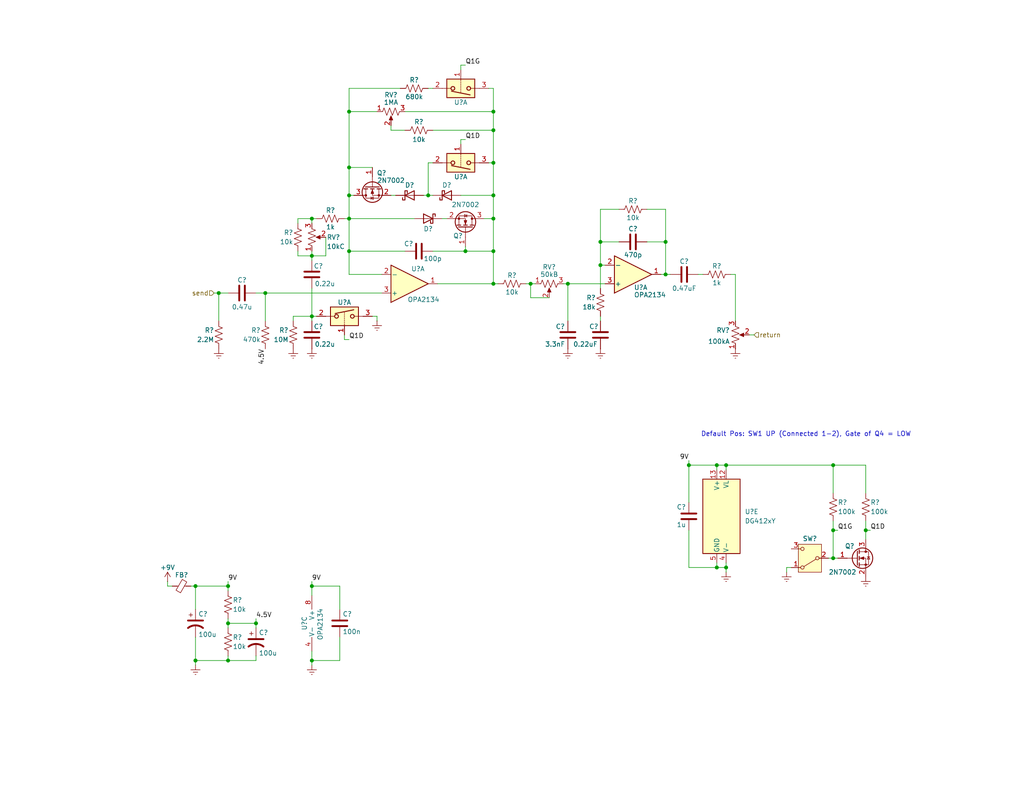
<source format=kicad_sch>
(kicad_sch (version 20250114) (generator "eeschema") (generator_version "9.0")
  (paper "USLetter")
  (title_block (title "Zendrive I and II") (date "2026-01-18") (rev "1.0.0") (company "Bennett Custom Audio"))
  (lib_symbols
    (symbol "Amplifier_Operational:OPA2134" (pin_names (offset 0.127))
      (property "Reference" "U" (at 0 5.08 0))
      (property "Value" "OPA2134" (at 0 -5.08 0))
      (symbol "OPA2134_1_1"
        (polyline (pts (xy -5.08 5.08) (xy 5.08 0) (xy -5.08 -5.08) (xy -5.08 5.08)) (stroke (width 0.254)) (fill (type background)))
        (pin input line (at -7.62 2.54 0) (length 2.54) (name "+") (number "3"))
        (pin input line (at -7.62 -2.54 0) (length 2.54) (name "-") (number "2"))
        (pin output line (at 7.62 0 180) (length 2.54) (name "~") (number "1"))
      )
      (symbol "OPA2134_2_1"
        (polyline (pts (xy -5.08 5.08) (xy 5.08 0) (xy -5.08 -5.08) (xy -5.08 5.08)) (stroke (width 0.254)) (fill (type background)))
        (pin input line (at -7.62 2.54 0) (length 2.54) (name "+") (number "5"))
        (pin input line (at -7.62 -2.54 0) (length 2.54) (name "-") (number "6"))
        (pin output line (at 7.62 0 180) (length 2.54) (name "~") (number "7"))
      )
      (symbol "OPA2134_3_1"
        (pin power_in line (at -2.54 7.62 270) (length 3.81) (name "V+") (number "8"))
        (pin power_in line (at -2.54 -7.62 90) (length 3.81) (name "V-") (number "4"))
      )
    )
    (symbol "Analog_Switch:DG412xY" (pin_names (offset 0.254))
      (property "Reference" "U" (at -3.175 5.334 0))
      (property "Value" "DG412xY" (at -3.175 3.556 0))
      (symbol "DG412xY_1_1"
        (polyline (pts (xy -5.08 0) (xy -2.794 0)))
        (rectangle (start -3.81 2.54) (end 3.81 -2.54) (stroke (width 0.254)) (fill (type background)))
        (polyline (pts (xy -2.54 0.762) (xy 2.54 1.778)) (stroke (width 0.254)))
        (circle (center -2.159 0) (radius 0.508) (stroke (width 0.254)))
        (polyline (pts (xy 0 0.762) (xy 0 1.016)))
        (polyline (pts (xy 0 0.254) (xy 0 0.508)))
        (polyline (pts (xy 0 -0.254) (xy 0 0)))
        (polyline (pts (xy 0 -0.762) (xy 0 -0.508)))
        (polyline (pts (xy 0 -1.27) (xy 0 -1.016)))
        (polyline (pts (xy 0 -1.778) (xy 0 -1.524)))
        (polyline (pts (xy 0 -2.54) (xy 0 -2.032)))
        (circle (center 2.159 0) (radius 0.508) (stroke (width 0.254)))
        (polyline (pts (xy 5.08 0) (xy 2.794 0)))
        (pin passive line (at -7.62 0 0) (length 2.54) (name "~") (number "2"))
        (pin input line (at 0 -5.08 90) (length 2.54) (name "~") (number "1"))
        (pin passive line (at 7.62 0 180) (length 2.54) (name "~") (number "3"))
      )
      (symbol "DG412xY_2_1"
        (polyline (pts (xy -5.08 0) (xy -2.794 0)))
        (rectangle (start -3.81 2.54) (end 3.81 -2.54) (stroke (width 0.254)) (fill (type background)))
        (polyline (pts (xy -2.54 0.762) (xy 2.54 1.778)) (stroke (width 0.254)))
        (circle (center -2.159 0) (radius 0.508) (stroke (width 0.254)))
        (polyline (pts (xy 0 0.762) (xy 0 1.016)))
        (polyline (pts (xy 0 0.254) (xy 0 0.508)))
        (polyline (pts (xy 0 -0.254) (xy 0 0)))
        (polyline (pts (xy 0 -0.762) (xy 0 -0.508)))
        (polyline (pts (xy 0 -1.27) (xy 0 -1.016)))
        (polyline (pts (xy 0 -1.778) (xy 0 -1.524)))
        (polyline (pts (xy 0 -2.54) (xy 0 -2.032)))
        (circle (center 2.159 0) (radius 0.508) (stroke (width 0.254)))
        (polyline (pts (xy 5.08 0) (xy 2.794 0)))
        (pin passive line (at -7.62 0 0) (length 2.54) (name "~") (number "6"))
        (pin input line (at 0 -5.08 90) (length 2.54) (name "~") (number "8"))
        (pin passive line (at 7.62 0 180) (length 2.54) (name "~") (number "7"))
      )
      (symbol "DG412xY_3_1"
        (polyline (pts (xy -5.08 0) (xy -2.794 0)))
        (rectangle (start -3.81 2.54) (end 3.81 -2.54) (stroke (width 0.254)) (fill (type background)))
        (polyline (pts (xy -2.54 0.762) (xy 2.54 1.778)) (stroke (width 0.254)))
        (circle (center -2.159 0) (radius 0.508) (stroke (width 0.254)))
        (polyline (pts (xy 0 0.762) (xy 0 1.016)))
        (polyline (pts (xy 0 0.254) (xy 0 0.508)))
        (polyline (pts (xy 0 -0.254) (xy 0 0)))
        (polyline (pts (xy 0 -0.762) (xy 0 -0.508)))
        (polyline (pts (xy 0 -1.27) (xy 0 -1.016)))
        (polyline (pts (xy 0 -1.778) (xy 0 -1.524)))
        (polyline (pts (xy 0 -2.54) (xy 0 -2.032)))
        (circle (center 2.159 0) (radius 0.508) (stroke (width 0.254)))
        (polyline (pts (xy 5.08 0) (xy 2.794 0)))
        (pin passive line (at -7.62 0 0) (length 2.54) (name "~") (number "10"))
        (pin input line (at 0 -5.08 90) (length 2.54) (name "~") (number "9"))
        (pin passive line (at 7.62 0 180) (length 2.54) (name "~") (number "11"))
      )
      (symbol "DG412xY_4_1"
        (polyline (pts (xy -5.08 0) (xy -2.794 0)))
        (rectangle (start -3.81 2.54) (end 3.81 -2.54) (stroke (width 0.254)) (fill (type background)))
        (polyline (pts (xy -2.54 0.762) (xy 2.54 1.778)) (stroke (width 0.254)))
        (circle (center -2.159 0) (radius 0.508) (stroke (width 0.254)))
        (polyline (pts (xy 0 0.762) (xy 0 1.016)))
        (polyline (pts (xy 0 0.254) (xy 0 0.508)))
        (polyline (pts (xy 0 -0.254) (xy 0 0)))
        (polyline (pts (xy 0 -0.762) (xy 0 -0.508)))
        (polyline (pts (xy 0 -1.27) (xy 0 -1.016)))
        (polyline (pts (xy 0 -1.778) (xy 0 -1.524)))
        (polyline (pts (xy 0 -2.54) (xy 0 -2.032)))
        (circle (center 2.159 0) (radius 0.508) (stroke (width 0.254)))
        (polyline (pts (xy 5.08 0) (xy 2.794 0)))
        (pin passive line (at -7.62 0 0) (length 2.54) (name "~") (number "15"))
        (pin input line (at 0 -5.08 90) (length 2.54) (name "~") (number "16"))
        (pin passive line (at 7.62 0 180) (length 2.54) (name "~") (number "14"))
      )
      (symbol "DG412xY_5_0"
        (pin power_in line (at 0 12.7 270) (length 2.54) (name "V+") (number "13"))
        (pin power_in line (at 0 -12.7 90) (length 2.54) (name "GND") (number "5"))
        (pin power_in line (at 2.54 12.7 270) (length 2.54) (name "VL") (number "12"))
        (pin power_in line (at 2.54 -12.7 90) (length 2.54) (name "V-") (number "4"))
      )
      (symbol "DG412xY_5_1"
        (rectangle (start -3.81 10.16) (end 6.35 -10.16) (stroke (width 0.254)) (fill (type background)))
      )
    )
    (symbol "BCA Symbol Library:CP_Power" (pin_numbers (hide yes)) (pin_names (offset 0.254) (hide yes))
      (property "Reference" "C" (at 0.635 2.54 0))
      (property "Value" "CP_Power" (at 0.635 -2.54 0))
      (symbol "CP_Power_0_1"
        (polyline (pts (xy -2.032 0.762) (xy 2.032 0.762)) (stroke (width 0.508)))
        (polyline (pts (xy -1.778 2.286) (xy -0.762 2.286)))
        (polyline (pts (xy -1.27 1.778) (xy -1.27 2.794)))
        (arc (start -2.032 -1.27) (mid 0 -0.5572) (end 2.032 -1.27) (stroke (width 0.508)))
      )
      (symbol "CP_Power_1_1"
        (pin passive line (at 0 3.81 270) (length 2.794) (name "~") (number "1"))
        (pin passive line (at 0 -3.81 90) (length 3.302) (name "~") (number "2"))
      )
    )
    (symbol "BCA Symbol Library:C_Ceramic" (pin_numbers (hide yes)) (pin_names (offset 0.254))
      (property "Reference" "C" (at 0.635 2.54 0))
      (property "Value" "C_Ceramic" (at 0.635 -2.54 0))
      (symbol "C_Ceramic_0_1"
        (polyline (pts (xy -2.032 0.762) (xy 2.032 0.762)) (stroke (width 0.508)))
        (polyline (pts (xy -2.032 -0.762) (xy 2.032 -0.762)) (stroke (width 0.508)))
      )
      (symbol "C_Ceramic_1_1"
        (pin passive line (at 0 3.81 270) (length 2.794) (name "~") (number "1"))
        (pin passive line (at 0 -3.81 90) (length 2.794) (name "~") (number "2"))
      )
    )
    (symbol "BCA Symbol Library:C_Film_W2.50mm" (pin_numbers (hide yes)) (pin_names (offset 0.254))
      (property "Reference" "C" (at 0.635 2.54 0))
      (property "Value" "C_Film_W2.50mm" (at 0.635 -2.54 0))
      (symbol "C_Film_W2.50mm_0_1"
        (polyline (pts (xy -2.032 0.762) (xy 2.032 0.762)) (stroke (width 0.508)))
        (polyline (pts (xy -2.032 -0.762) (xy 2.032 -0.762)) (stroke (width 0.508)))
      )
      (symbol "C_Film_W2.50mm_1_1"
        (pin passive line (at 0 3.81 270) (length 2.794) (name "~") (number "1"))
        (pin passive line (at 0 -3.81 90) (length 2.794) (name "~") (number "2"))
      )
    )
    (symbol "BCA Symbol Library:C_Film_W5.00mm" (pin_numbers (hide yes)) (pin_names (offset 0.254))
      (property "Reference" "C" (at 0.635 2.54 0))
      (property "Value" "C_Film_W5.00mm" (at 0.635 -2.54 0))
      (symbol "C_Film_W5.00mm_0_1"
        (polyline (pts (xy -2.032 0.762) (xy 2.032 0.762)) (stroke (width 0.508)))
        (polyline (pts (xy -2.032 -0.762) (xy 2.032 -0.762)) (stroke (width 0.508)))
      )
      (symbol "C_Film_W5.00mm_1_1"
        (pin passive line (at 0 3.81 270) (length 2.794) (name "~") (number "1"))
        (pin passive line (at 0 -3.81 90) (length 2.794) (name "~") (number "2"))
      )
    )
    (symbol "BCA Symbol Library:R" (pin_numbers (hide yes)) (pin_names (offset 0))
      (property "Reference" "R" (at 0 2.032 0))
      (property "Value" "R" (at 0 -2.54 0))
      (symbol "R_1_1"
        (polyline (pts (xy -2.286 0) (xy -2.54 0)))
        (polyline (pts (xy -2.286 0) (xy -1.905 1.016) (xy -1.524 0) (xy -1.143 -1.016) (xy -0.762 0)))
        (polyline (pts (xy -0.762 0) (xy -0.381 1.016) (xy 0 0) (xy 0.381 -1.016) (xy 0.762 0)))
        (polyline (pts (xy 0.762 0) (xy 1.143 1.016) (xy 1.524 0) (xy 1.905 -1.016) (xy 2.286 0)))
        (polyline (pts (xy 2.286 0) (xy 2.54 0)))
        (pin passive line (at -3.81 0 0) (length 1.27) (name "~") (number "1"))
        (pin passive line (at 3.81 0 180) (length 1.27) (name "~") (number "2"))
      )
    )
    (symbol "BCA Symbol Library:R_POT" (pin_names (offset 1.016) (hide yes))
      (property "Reference" "RV" (at -5.08 0 90))
      (property "Value" "R_POT" (at -2.54 0 90))
      (symbol "R_POT_1_1"
        (polyline (pts (xy 0 2.54) (xy 0 2.286)))
        (polyline (pts (xy 0 2.286) (xy 1.016 1.905) (xy 0 1.524) (xy -1.016 1.143) (xy 0 0.762)))
        (polyline (pts (xy 0 0.762) (xy 1.016 0.381) (xy 0 0) (xy -1.016 -0.381) (xy 0 -0.762)))
        (polyline (pts (xy 0 -0.762) (xy 1.016 -1.143) (xy 0 -1.524) (xy -1.016 -1.905) (xy 0 -2.286)))
        (polyline (pts (xy 0 -2.286) (xy 0 -2.54)))
        (polyline (pts (xy 1.143 0) (xy 2.286 0.508) (xy 2.286 -0.508) (xy 1.143 0)) (fill (type outline)))
        (polyline (pts (xy 2.54 0) (xy 1.524 0)))
        (pin passive line (at 0 3.81 270) (length 1.27) (name "3") (number "3"))
        (pin passive line (at 0 -3.81 90) (length 1.27) (name "1") (number "1"))
        (pin passive line (at 3.81 0 180) (length 1.27) (name "2") (number "2"))
      )
    )
    (symbol "Device:D_Schottky" (pin_numbers (hide yes)) (pin_names (offset 1.016) (hide yes))
      (property "Reference" "D" (at 0 2.54 0))
      (property "Value" "D_Schottky" (at 0 -2.54 0))
      (symbol "D_Schottky_0_1"
        (polyline (pts (xy -1.905 0.635) (xy -1.905 1.27) (xy -1.27 1.27) (xy -1.27 -1.27) (xy -0.635 -1.27) (xy -0.635 -0.635)) (stroke (width 0.254)))
        (polyline (pts (xy 1.27 1.27) (xy 1.27 -1.27) (xy -1.27 0) (xy 1.27 1.27)) (stroke (width 0.254)))
        (polyline (pts (xy 1.27 0) (xy -1.27 0)))
      )
      (symbol "D_Schottky_1_1"
        (pin passive line (at -3.81 0 0) (length 2.54) (name "K") (number "1"))
        (pin passive line (at 3.81 0 180) (length 2.54) (name "A") (number "2"))
      )
    )
    (symbol "Device:FerriteBead_Small" (pin_numbers (hide yes)) (pin_names (offset 0))
      (property "Reference" "FB" (at 1.905 1.27 0))
      (property "Value" "FerriteBead_Small" (at 1.905 -1.27 0))
      (symbol "FerriteBead_Small_0_1"
        (polyline (pts (xy -1.8288 0.2794) (xy -1.1176 1.4986) (xy 1.8288 -0.2032) (xy 1.1176 -1.4224) (xy -1.8288 0.2794)))
        (polyline (pts (xy 0 0.889) (xy 0 1.2954)))
        (polyline (pts (xy 0 -1.27) (xy 0 -0.7874)))
      )
      (symbol "FerriteBead_Small_1_1"
        (pin passive line (at 0 2.54 270) (length 1.27) (name "~") (number "1"))
        (pin passive line (at 0 -2.54 90) (length 1.27) (name "~") (number "2"))
      )
    )
    (symbol "Earth_1" (power) (pin_numbers (hide yes)) (pin_names (offset 0) (hide yes))
      (property "Value" "Earth" (at 0 -3.81 0))
      (symbol "Earth_1_0_1"
        (polyline (pts (xy -0.635 -1.905) (xy 0.635 -1.905)))
        (polyline (pts (xy -0.127 -2.54) (xy 0.127 -2.54)))
        (polyline (pts (xy 0 -1.27) (xy 0 0)))
        (polyline (pts (xy 1.27 -1.27) (xy -1.27 -1.27)))
      )
      (symbol "Earth_1_1_1"
        (pin power_in line (at 0 0 270) (length 0) (name "~") (number "1"))
      )
    )
    (symbol "Switch:SW_SPDT" (pin_names (offset 0) (hide yes))
      (property "Reference" "SW" (at 0 5.08 0))
      (property "Value" "SW_SPDT" (at 0 -5.08 0))
      (symbol "SW_SPDT_0_1"
        (circle (center -2.032 0) (radius 0.4572))
        (polyline (pts (xy -1.651 0.254) (xy 1.651 2.286)))
        (circle (center 2.032 2.54) (radius 0.4572))
        (circle (center 2.032 -2.54) (radius 0.4572))
      )
      (symbol "SW_SPDT_1_1"
        (rectangle (start -3.175 3.81) (end 3.175 -3.81) (fill (type background)))
        (pin passive line (at -5.08 0 0) (length 2.54) (name "B") (number "2"))
        (pin passive line (at 5.08 2.54 180) (length 2.54) (name "A") (number "1"))
        (pin passive line (at 5.08 -2.54 180) (length 2.54) (name "C") (number "3"))
      )
    )
    (symbol "Transistor_FET:2N7002" (pin_names (offset 0) (hide yes))
      (property "Reference" "Q" (at 5.08 1.905 0))
      (property "Value" "2N7002" (at 5.08 0 0))
      (symbol "2N7002_0_1"
        (polyline (pts (xy 0.254 1.905) (xy 0.254 -1.905)) (stroke (width 0.254)))
        (polyline (pts (xy 0.254 0) (xy -2.54 0)))
        (polyline (pts (xy 0.762 2.286) (xy 0.762 1.27)) (stroke (width 0.254)))
        (polyline (pts (xy 0.762 0.508) (xy 0.762 -0.508)) (stroke (width 0.254)))
        (polyline (pts (xy 0.762 -1.27) (xy 0.762 -2.286)) (stroke (width 0.254)))
        (polyline (pts (xy 0.762 -1.778) (xy 3.302 -1.778) (xy 3.302 1.778) (xy 0.762 1.778)))
        (polyline (pts (xy 1.016 0) (xy 2.032 0.381) (xy 2.032 -0.381) (xy 1.016 0)) (fill (type outline)))
        (circle (center 1.651 0) (radius 2.794) (stroke (width 0.254)))
        (polyline (pts (xy 2.54 2.54) (xy 2.54 1.778)))
        (circle (center 2.54 1.778) (radius 0.254) (fill (type outline)))
        (circle (center 2.54 -1.778) (radius 0.254) (fill (type outline)))
        (polyline (pts (xy 2.54 -2.54) (xy 2.54 0) (xy 0.762 0)))
        (polyline (pts (xy 2.921 0.381) (xy 3.683 0.381)))
        (polyline (pts (xy 3.302 0.381) (xy 2.921 -0.254) (xy 3.683 -0.254) (xy 3.302 0.381)))
      )
      (symbol "2N7002_1_1"
        (pin input line (at -5.08 0 0) (length 2.54) (name "G") (number "1"))
        (pin passive line (at 2.54 5.08 270) (length 2.54) (name "D") (number "3"))
        (pin passive line (at 2.54 -5.08 90) (length 2.54) (name "S") (number "2"))
      )
    )
    (symbol "bca-symbols:R" (pin_numbers (hide yes)) (pin_names (offset 0))
      (property "Reference" "R" (at 0 2.032 0))
      (property "Value" "R" (at 0 -2.54 0))
      (symbol "R_1_1"
        (polyline (pts (xy -2.286 0) (xy -2.54 0)))
        (polyline (pts (xy -2.286 0) (xy -1.905 1.016) (xy -1.524 0) (xy -1.143 -1.016) (xy -0.762 0)))
        (polyline (pts (xy -0.762 0) (xy -0.381 1.016) (xy 0 0) (xy 0.381 -1.016) (xy 0.762 0)))
        (polyline (pts (xy 0.762 0) (xy 1.143 1.016) (xy 1.524 0) (xy 1.905 -1.016) (xy 2.286 0)))
        (polyline (pts (xy 2.286 0) (xy 2.54 0)))
        (pin passive line (at -3.81 0 0) (length 1.27) (name "~") (number "1"))
        (pin passive line (at 3.81 0 180) (length 1.27) (name "~") (number "2"))
      )
    )
    (symbol "power:+9V" (power) (pin_numbers (hide yes)) (pin_names (offset 0) (hide yes))
      (property "Value" "+9V" (at 0 3.556 0))
      (symbol "+9V_0_1"
        (polyline (pts (xy -0.762 1.27) (xy 0 2.54)))
        (polyline (pts (xy 0 2.54) (xy 0.762 1.27)))
        (polyline (pts (xy 0 0) (xy 0 2.54)))
      )
      (symbol "+9V_1_1"
        (pin power_in line (at 0 0 90) (length 0) (name "~") (number "1"))
      )
    )
    (symbol "power:Earth" (power) (pin_names (offset 0))
      (symbol "Earth_0_1"
        (polyline (pts (xy -0.635 -1.905) (xy 0.635 -1.905)))
        (polyline (pts (xy -0.127 -2.54) (xy 0.127 -2.54)))
        (polyline (pts (xy 0 -1.27) (xy 0 0)))
        (polyline (pts (xy 1.27 -1.27) (xy -1.27 -1.27)))
      )
      (symbol "Earth_1_1"
        (pin power_in line (at 0 0 270) (length 0) (hide yes) (name "Earth") (number "1"))
      )
    )
  )
  (text "Default Pos: SW1 UP (Connected 1-2), Gate of Q4 = LOW\n" (at 191.262 118.618 0) (effects (font (size 1.27 1.27)) (justify left)))
  (junction (at 116.84 53.34))
  (junction (at 134.62 59.69))
  (junction (at 134.62 35.56))
  (junction (at 95.25 30.48))
  (junction (at 144.78 77.47))
  (junction (at 85.09 86.36))
  (junction (at 62.23 180.34))
  (junction (at 163.83 66.04))
  (junction (at 53.34 160.02))
  (junction (at 134.62 30.48))
  (junction (at 85.09 69.85))
  (junction (at 127 68.58))
  (junction (at 198.12 154.94))
  (junction (at 69.85 170.18))
  (junction (at 198.12 127))
  (junction (at 134.62 53.34))
  (junction (at 134.62 77.47))
  (junction (at 95.25 53.34))
  (junction (at 62.23 160.02))
  (junction (at 154.94 77.47))
  (junction (at 85.09 59.69))
  (junction (at 195.58 127))
  (junction (at 59.69 80.01))
  (junction (at 163.83 72.39))
  (junction (at 236.22 144.78))
  (junction (at 53.34 180.34))
  (junction (at 181.61 74.93))
  (junction (at 181.61 66.04))
  (junction (at 195.58 154.94))
  (junction (at 227.33 144.78))
  (junction (at 62.23 170.18))
  (junction (at 134.62 44.45))
  (junction (at 95.25 45.72))
  (junction (at 85.09 180.34))
  (junction (at 72.39 80.01))
  (junction (at 85.09 160.02))
  (junction (at 187.96 127))
  (junction (at 227.33 127))
  (junction (at 227.33 152.4))
  (junction (at 95.25 59.69))
  (junction (at 134.62 68.58))
  (junction (at 95.25 68.58))
  (wire (pts (xy 59.69 87.63) (xy 59.69 80.01)))
  (wire (pts (xy 163.83 57.15) (xy 163.83 66.04)))
  (wire (pts (xy 163.83 72.39) (xy 163.83 78.74)))
  (wire (pts (xy 227.33 142.24) (xy 227.33 144.78)))
  (wire (pts (xy 93.98 92.71) (xy 95.25 92.71)))
  (wire (pts (xy 110.49 35.56) (xy 106.68 35.56)))
  (wire (pts (xy 134.62 53.34) (xy 134.62 59.69)))
  (wire (pts (xy 227.33 152.4) (xy 228.6 152.4)))
  (wire (pts (xy 190.5 74.93) (xy 191.77 74.93)))
  (wire (pts (xy 149.86 81.28) (xy 144.78 81.28)))
  (wire (pts (xy 69.85 168.91) (xy 69.85 170.18)))
  (wire (pts (xy 62.23 158.75) (xy 62.23 160.02)))
  (wire (pts (xy 92.71 166.37) (xy 92.71 160.02)))
  (wire (pts (xy 125.73 38.1) (xy 125.73 39.37)))
  (wire (pts (xy 118.11 44.45) (xy 116.84 44.45)))
  (wire (pts (xy 69.85 180.34) (xy 62.23 180.34)))
  (wire (pts (xy 195.58 127) (xy 195.58 128.27)))
  (wire (pts (xy 198.12 128.27) (xy 198.12 127)))
  (wire (pts (xy 95.25 24.13) (xy 95.25 30.48)))
  (wire (pts (xy 62.23 170.18) (xy 62.23 171.45)))
  (wire (pts (xy 80.01 87.63) (xy 80.01 86.36)))
  (wire (pts (xy 62.23 179.07) (xy 62.23 180.34)))
  (wire (pts (xy 109.22 24.13) (xy 95.25 24.13)))
  (wire (pts (xy 187.96 127) (xy 195.58 127)))
  (wire (pts (xy 85.09 78.74) (xy 85.09 86.36)))
  (wire (pts (xy 53.34 166.37) (xy 53.34 160.02)))
  (wire (pts (xy 95.25 59.69) (xy 113.03 59.69)))
  (wire (pts (xy 236.22 142.24) (xy 236.22 144.78)))
  (wire (pts (xy 214.63 154.94) (xy 215.9 154.94)))
  (wire (pts (xy 62.23 168.91) (xy 62.23 170.18)))
  (wire (pts (xy 195.58 154.94) (xy 198.12 154.94)))
  (wire (pts (xy 133.35 24.13) (xy 134.62 24.13)))
  (wire (pts (xy 85.09 180.34) (xy 85.09 181.61)))
  (wire (pts (xy 53.34 160.02) (xy 52.07 160.02)))
  (wire (pts (xy 227.33 144.78) (xy 227.33 152.4)))
  (wire (pts (xy 134.62 68.58) (xy 134.62 77.47)))
  (wire (pts (xy 195.58 127) (xy 198.12 127)))
  (wire (pts (xy 45.72 158.75) (xy 45.72 160.02)))
  (wire (pts (xy 88.9 69.85) (xy 85.09 69.85)))
  (wire (pts (xy 236.22 144.78) (xy 236.22 147.32)))
  (wire (pts (xy 62.23 161.29) (xy 62.23 160.02)))
  (wire (pts (xy 227.33 127) (xy 198.12 127)))
  (wire (pts (xy 127 67.31) (xy 127 68.58)))
  (wire (pts (xy 227.33 127) (xy 227.33 134.62)))
  (wire (pts (xy 72.39 80.01) (xy 72.39 87.63)))
  (wire (pts (xy 227.33 144.78) (xy 228.6 144.78)))
  (wire (pts (xy 53.34 180.34) (xy 53.34 181.61)))
  (wire (pts (xy 118.11 35.56) (xy 134.62 35.56)))
  (wire (pts (xy 118.11 68.58) (xy 127 68.58)))
  (wire (pts (xy 85.09 160.02) (xy 85.09 162.56)))
  (wire (pts (xy 134.62 35.56) (xy 134.62 44.45)))
  (wire (pts (xy 85.09 86.36) (xy 86.36 86.36)))
  (wire (pts (xy 85.09 59.69) (xy 85.09 60.96)))
  (wire (pts (xy 214.63 156.21) (xy 214.63 154.94)))
  (wire (pts (xy 181.61 66.04) (xy 181.61 74.93)))
  (wire (pts (xy 199.39 74.93) (xy 200.66 74.93)))
  (wire (pts (xy 85.09 180.34) (xy 85.09 177.8)))
  (wire (pts (xy 69.85 179.07) (xy 69.85 180.34)))
  (wire (pts (xy 116.84 53.34) (xy 118.11 53.34)))
  (wire (pts (xy 95.25 53.34) (xy 95.25 59.69)))
  (wire (pts (xy 132.08 59.69) (xy 134.62 59.69)))
  (wire (pts (xy 154.94 77.47) (xy 153.67 77.47)))
  (wire (pts (xy 85.09 180.34) (xy 92.71 180.34)))
  (wire (pts (xy 181.61 66.04) (xy 181.61 57.15)))
  (wire (pts (xy 85.09 158.75) (xy 85.09 160.02)))
  (wire (pts (xy 81.28 59.69) (xy 85.09 59.69)))
  (wire (pts (xy 58.42 80.01) (xy 59.69 80.01)))
  (wire (pts (xy 85.09 69.85) (xy 85.09 71.12)))
  (wire (pts (xy 85.09 87.63) (xy 85.09 86.36)))
  (wire (pts (xy 81.28 60.96) (xy 81.28 59.69)))
  (wire (pts (xy 154.94 77.47) (xy 154.94 87.63)))
  (wire (pts (xy 93.98 91.44) (xy 93.98 92.71)))
  (wire (pts (xy 134.62 77.47) (xy 135.89 77.47)))
  (wire (pts (xy 198.12 153.67) (xy 198.12 154.94)))
  (wire (pts (xy 95.25 68.58) (xy 95.25 74.93)))
  (wire (pts (xy 102.87 30.48) (xy 95.25 30.48)))
  (wire (pts (xy 176.53 66.04) (xy 181.61 66.04)))
  (wire (pts (xy 154.94 77.47) (xy 165.1 77.47)))
  (wire (pts (xy 236.22 134.62) (xy 236.22 127)))
  (wire (pts (xy 106.68 35.56) (xy 106.68 34.29)))
  (wire (pts (xy 176.53 57.15) (xy 181.61 57.15)))
  (wire (pts (xy 163.83 86.36) (xy 163.83 87.63)))
  (wire (pts (xy 85.09 59.69) (xy 86.36 59.69)))
  (wire (pts (xy 81.28 69.85) (xy 85.09 69.85)))
  (wire (pts (xy 62.23 180.34) (xy 53.34 180.34)))
  (wire (pts (xy 45.72 160.02) (xy 46.99 160.02)))
  (wire (pts (xy 195.58 153.67) (xy 195.58 154.94)))
  (wire (pts (xy 127 68.58) (xy 134.62 68.58)))
  (wire (pts (xy 168.91 66.04) (xy 163.83 66.04)))
  (wire (pts (xy 187.96 127) (xy 187.96 137.16)))
  (wire (pts (xy 119.38 77.47) (xy 134.62 77.47)))
  (wire (pts (xy 69.85 171.45) (xy 69.85 170.18)))
  (wire (pts (xy 88.9 64.77) (xy 88.9 69.85)))
  (wire (pts (xy 133.35 44.45) (xy 134.62 44.45)))
  (wire (pts (xy 236.22 127) (xy 227.33 127)))
  (wire (pts (xy 163.83 66.04) (xy 163.83 72.39)))
  (wire (pts (xy 62.23 170.18) (xy 69.85 170.18)))
  (wire (pts (xy 93.98 59.69) (xy 95.25 59.69)))
  (wire (pts (xy 81.28 68.58) (xy 81.28 69.85)))
  (wire (pts (xy 53.34 173.99) (xy 53.34 180.34)))
  (wire (pts (xy 80.01 86.36) (xy 85.09 86.36)))
  (wire (pts (xy 134.62 24.13) (xy 134.62 30.48)))
  (wire (pts (xy 120.65 59.69) (xy 121.92 59.69)))
  (wire (pts (xy 180.34 74.93) (xy 181.61 74.93)))
  (wire (pts (xy 116.84 44.45) (xy 116.84 53.34)))
  (wire (pts (xy 96.52 53.34) (xy 95.25 53.34)))
  (wire (pts (xy 144.78 81.28) (xy 144.78 77.47)))
  (wire (pts (xy 95.25 30.48) (xy 95.25 45.72)))
  (wire (pts (xy 204.47 91.44) (xy 205.74 91.44)))
  (wire (pts (xy 125.73 19.05) (xy 125.73 17.78)))
  (wire (pts (xy 72.39 80.01) (xy 104.14 80.01)))
  (wire (pts (xy 92.71 160.02) (xy 85.09 160.02)))
  (wire (pts (xy 116.84 24.13) (xy 118.11 24.13)))
  (wire (pts (xy 168.91 57.15) (xy 163.83 57.15)))
  (wire (pts (xy 226.06 152.4) (xy 227.33 152.4)))
  (wire (pts (xy 134.62 59.69) (xy 134.62 68.58)))
  (wire (pts (xy 95.25 74.93) (xy 104.14 74.93)))
  (wire (pts (xy 95.25 45.72) (xy 101.6 45.72)))
  (wire (pts (xy 134.62 44.45) (xy 134.62 53.34)))
  (wire (pts (xy 85.09 69.85) (xy 85.09 68.58)))
  (wire (pts (xy 236.22 144.78) (xy 237.49 144.78)))
  (wire (pts (xy 92.71 173.99) (xy 92.71 180.34)))
  (wire (pts (xy 95.25 45.72) (xy 95.25 53.34)))
  (wire (pts (xy 200.66 74.93) (xy 200.66 87.63)))
  (wire (pts (xy 181.61 74.93) (xy 182.88 74.93)))
  (wire (pts (xy 134.62 30.48) (xy 134.62 35.56)))
  (wire (pts (xy 106.68 53.34) (xy 107.95 53.34)))
  (wire (pts (xy 115.57 53.34) (xy 116.84 53.34)))
  (wire (pts (xy 187.96 144.78) (xy 187.96 154.94)))
  (wire (pts (xy 102.87 87.63) (xy 102.87 86.36)))
  (wire (pts (xy 198.12 154.94) (xy 198.12 156.21)))
  (wire (pts (xy 59.69 80.01) (xy 62.23 80.01)))
  (wire (pts (xy 127 38.1) (xy 125.73 38.1)))
  (wire (pts (xy 69.85 80.01) (xy 72.39 80.01)))
  (wire (pts (xy 144.78 77.47) (xy 146.05 77.47)))
  (wire (pts (xy 102.87 86.36) (xy 101.6 86.36)))
  (wire (pts (xy 165.1 72.39) (xy 163.83 72.39)))
  (wire (pts (xy 187.96 125.73) (xy 187.96 127)))
  (wire (pts (xy 110.49 30.48) (xy 134.62 30.48)))
  (wire (pts (xy 187.96 154.94) (xy 195.58 154.94)))
  (wire (pts (xy 134.62 53.34) (xy 125.73 53.34)))
  (wire (pts (xy 95.25 59.69) (xy 95.25 68.58)))
  (wire (pts (xy 53.34 160.02) (xy 62.23 160.02)))
  (wire (pts (xy 125.73 17.78) (xy 127 17.78)))
  (wire (pts (xy 143.51 77.47) (xy 144.78 77.47)))
  (wire (pts (xy 95.25 68.58) (xy 110.49 68.58)))
  (label "Q1G" (at 127 17.78 0))
  (label "Q1D" (at 95.25 92.71 0))
  (label "4.5V" (at 69.85 168.91 0))
  (label "9V" (at 85.09 158.75 0))
  (label "Q1D" (at 127 38.1 0))
  (label "9V" (at 62.23 158.75 0))
  (label "9V" (at 187.96 125.73 180))
  (label "Q1G" (at 228.6 144.78 0))
  (label "4.5V" (at 72.39 95.25 270))
  (label "Q1D" (at 237.49 144.78 0))
  (hierarchical_label "return" (shape input) (at 205.74 91.44 0))
  (hierarchical_label "send" (shape input) (at 58.42 80.01 180))
  (symbol (lib_name "Earth_1") (lib_id "power:Earth") (at 102.87 87.63 0) (unit 1)
    (property "Reference" "#PWR?" (effects (hide yes)))
    (property "Value" "Earth" (effects (hide yes)))
    (property "Description" "Power symbol creates a global label with name \"Earth\"" (effects (hide yes)))
  )
  (symbol (lib_id "BCA Symbol Library:C_Film_W5.00mm") (at 85.09 74.93 180) (unit 1)
    (property "Reference" "C?" (at 85.598 72.644 0) (effects (justify right)))
    (property "Value" "0.22u" (at 85.852 77.47 0) (effects (justify right)))
    (property "Footprint" "bca-footprints:C_Film_L7.2mm_W3.5mm_P5.00mm" (effects (hide yes)))
    (property "Description" "Unpolarized capacitor" (effects (hide yes)))
  )
  (symbol (lib_name "Earth_1") (lib_id "power:Earth") (at 163.83 95.25 0) (unit 1)
    (property "Reference" "#PWR?" (effects (hide yes)))
    (property "Value" "Earth" (effects (hide yes)))
    (property "Description" "Power symbol creates a global label with name \"Earth\"" (effects (hide yes)))
  )
  (symbol (lib_id "BCA Symbol Library:R") (at 59.69 91.44 90) (unit 1)
    (property "Reference" "R?" (at 58.42 90.17 90) (effects (justify left)))
    (property "Value" "2.2M" (at 58.42 92.71 90) (effects (justify left)))
    (property "Footprint" "bca-footprints:R_L3.6mm_D1.6mm_P5.00mm_Horizontal" (effects (hide yes)))
    (property "Description" "Resistor, Horizontal" (effects (hide yes)))
  )
  (symbol (lib_name "Earth_1") (lib_id "power:Earth") (at 59.69 95.25 0) (unit 1)
    (property "Reference" "#PWR?" (effects (hide yes)))
    (property "Value" "Earth" (effects (hide yes)))
    (property "Description" "Power symbol creates a global label with name \"Earth\"" (effects (hide yes)))
  )
  (symbol (lib_id "Amplifier_Operational:OPA2134") (at 111.76 77.47 0) (mirror x) (unit 1)
    (property "Reference" "U?" (at 114.046 73.406 0))
    (property "Value" "OPA2134" (at 115.57 81.788 0))
    (property "Footprint" "Package_SO:SOIC-8_3.9x4.9mm_P1.27mm" (effects (hide yes)))
    (property "Datasheet" "http://www.ti.com/lit/ds/symlink/opa134.pdf" (effects (hide yes)))
    (property "Description" "Dual SoundPlus High Performance Audio Operational Amplifiers, DIP-8/SOIC-8" (effects (hide yes)))
  )
  (symbol (lib_id "Device:D_Schottky") (at 121.92 53.34 0) (mirror x) (unit 1)
    (property "Reference" "D?" (at 121.92 50.546 0))
    (property "Value" "1N5711" (effects (hide yes)))
    (property "Footprint" "Diode_SMD:D_SOD-323_HandSoldering" (effects (hide yes)))
    (property "Description" "Schottky diode" (effects (hide yes)))
  )
  (symbol (lib_id "Analog_Switch:DG412xY") (at 125.73 24.13 0) (mirror x) (unit 1)
    (property "Reference" "U?" (at 125.73 27.94 0))
    (property "Value" "DG412xY" (effects (hide yes)))
    (property "Footprint" "Package_SO:SOIC-16_3.9x9.9mm_P1.27mm" (effects (hide yes)))
    (property "Datasheet" "https://datasheets.maximintegrated.com/en/ds/DG411-DG413.pdf" (effects (hide yes)))
    (property "Description" "Quad SPST Monolithic CMOS Analog Switches, normally OFF, 17Ohm Ron, SOIC-16" (effects (hide yes)))
  )
  (symbol (lib_id "Transistor_FET:2N7002") (at 127 62.23 270) (mirror x) (unit 1)
    (property "Reference" "Q?" (at 124.968 64.389 90))
    (property "Value" "2N7002" (at 127 55.88 90))
    (property "Footprint" "Package_TO_SOT_SMD:SOT-23_Handsoldering" (effects (hide yes)))
    (property "Datasheet" "https://www.onsemi.com/pub/Collateral/NDS7002A-D.PDF" (effects (hide yes)))
    (property "Description" "0.115A Id, 60V Vds, N-Channel MOSFET, SOT-23" (effects (hide yes)))
  )
  (symbol (lib_id "power:+9V") (at 45.72 158.75 0) (unit 1)
    (property "Reference" "#PWR?" (effects (hide yes)))
    (property "Value" "+9V" (at 45.72 154.94 0))
    (property "Description" "Power symbol creates a global label with name \"+9V\"" (effects (hide yes)))
  )
  (symbol (lib_id "power:Earth") (at 236.22 157.48 0) (unit 1)
    (property "Reference" "#PWR?" (effects (hide yes)))
    (property "Value" "Earth" (effects (hide yes)))
  )
  (symbol (lib_id "BCA Symbol Library:C_Ceramic") (at 172.72 66.04 90) (unit 1)
    (property "Reference" "C?" (at 172.72 62.484 90))
    (property "Value" "470p" (at 172.72 69.596 90))
    (property "Footprint" "Capacitor_SMD:C_0805_2012Metric_Pad1.18x1.45mm_HandSolder" (effects (hide yes)))
    (property "Description" "Unpolarized capacitor" (effects (hide yes)))
  )
  (symbol (lib_id "BCA Symbol Library:C_Film_W5.00mm") (at 186.69 74.93 90) (unit 1)
    (property "Reference" "C?" (at 186.69 71.374 90))
    (property "Value" "0.47uF" (at 186.69 78.74 90))
    (property "Footprint" "bca-footprints:C_Film_L7.2mm_W3.5mm_P5.00mm" (effects (hide yes)))
    (property "Description" "Unpolarized capacitor" (effects (hide yes)))
  )
  (symbol (lib_id "BCA Symbol Library:R_POT") (at 149.86 77.47 270) (unit 1)
    (property "Reference" "RV?" (at 149.86 72.898 90))
    (property "Value" "50kB" (at 149.86 74.93 90))
    (property "Footprint" "bca-footprints:R_POT" (effects (hide yes)))
    (property "Description" "Potentiometer" (effects (hide yes)))
  )
  (symbol (lib_id "BCA Symbol Library:C_Film_W5.00mm") (at 66.04 80.01 90) (unit 1)
    (property "Reference" "C?" (at 66.04 76.454 90))
    (property "Value" "0.47u" (at 66.04 83.82 90))
    (property "Footprint" "bca-footprints:C_Film_L7.2mm_W3.5mm_P5.00mm" (effects (hide yes)))
    (property "Description" "Unpolarized capacitor" (effects (hide yes)))
  )
  (symbol (lib_id "BCA Symbol Library:R_POT") (at 106.68 30.48 270) (unit 1)
    (property "Reference" "RV?" (at 106.68 25.908 90))
    (property "Value" "1MA" (at 106.68 27.94 90))
    (property "Footprint" "bca-footprints:R_POT" (effects (hide yes)))
    (property "Description" "Potentiometer" (effects (hide yes)))
  )
  (symbol (lib_id "BCA Symbol Library:R") (at 90.17 59.69 0) (unit 1)
    (property "Reference" "R?" (at 90.17 57.404 0))
    (property "Value" "1k" (at 90.17 61.976 0))
    (property "Footprint" "bca-footprints:R_L3.6mm_D1.6mm_P5.00mm_Horizontal" (effects (hide yes)))
    (property "Description" "Resistor, Horizontal" (effects (hide yes)))
  )
  (symbol (lib_id "BCA Symbol Library:CP_Power") (at 53.34 170.18 0) (unit 1)
    (property "Reference" "C?" (at 54.102 167.64 0) (effects (justify left)))
    (property "Value" "100u" (at 54.102 173.228 0) (effects (justify left)))
    (property "Footprint" "bca-footprints:CP_Radial_D6.3mm_P2.50mm" (effects (hide yes)))
    (property "Description" "Polarized capacitor, footprint sized for power rails" (effects (hide yes)))
  )
  (symbol (lib_id "Analog_Switch:DG412xY") (at 195.58 140.97 0) (unit 5)
    (property "Reference" "U?" (at 203.2 139.6999 0) (effects (justify left)))
    (property "Value" "DG412xY" (at 203.2 142.2399 0) (effects (justify left)))
    (property "Footprint" "Package_SO:SOIC-16_3.9x9.9mm_P1.27mm" (effects (hide yes)))
    (property "Datasheet" "https://datasheets.maximintegrated.com/en/ds/DG411-DG413.pdf" (effects (hide yes)))
    (property "Description" "Quad SPST Monolithic CMOS Analog Switches, normally OFF, 17Ohm Ron, SOIC-16" (effects (hide yes)))
  )
  (symbol (lib_name "Earth_1") (lib_id "power:Earth") (at 85.09 95.25 0) (unit 1)
    (property "Reference" "#PWR?" (effects (hide yes)))
    (property "Value" "Earth" (effects (hide yes)))
    (property "Description" "Power symbol creates a global label with name \"Earth\"" (effects (hide yes)))
  )
  (symbol (lib_id "BCA Symbol Library:C_Film_W5.00mm") (at 85.09 91.44 180) (unit 1)
    (property "Reference" "C?" (at 85.598 89.154 0) (effects (justify right)))
    (property "Value" "0.22u" (at 85.852 93.98 0) (effects (justify right)))
    (property "Footprint" "bca-footprints:C_Film_L7.2mm_W3.5mm_P5.00mm" (effects (hide yes)))
    (property "Description" "Unpolarized capacitor" (effects (hide yes)))
  )
  (symbol (lib_id "power:Earth") (at 53.34 181.61 0) (unit 1)
    (property "Reference" "#PWR?" (effects (hide yes)))
    (property "Value" "Earth" (effects (hide yes)))
    (property "Description" "Power symbol creates a global label with name \"Earth\"" (effects (hide yes)))
  )
  (symbol (lib_id "BCA Symbol Library:R") (at 81.28 64.77 90) (unit 1)
    (property "Reference" "R?" (at 80.01 63.5 90) (effects (justify left)))
    (property "Value" "10k" (at 80.01 66.04 90) (effects (justify left)))
    (property "Footprint" "bca-footprints:R_L3.6mm_D1.6mm_P5.00mm_Horizontal" (effects (hide yes)))
    (property "Description" "Resistor, Horizontal" (effects (hide yes)))
  )
  (symbol (lib_id "BCA Symbol Library:C_Ceramic") (at 114.3 68.58 90) (unit 1)
    (property "Reference" "C?" (at 111.506 66.548 90))
    (property "Value" "100p" (at 115.57 70.612 90) (effects (justify right)))
    (property "Footprint" "Capacitor_SMD:C_0805_2012Metric_Pad1.18x1.45mm_HandSolder" (effects (hide yes)))
    (property "Description" "Unpolarized capacitor" (effects (hide yes)))
  )
  (symbol (lib_id "BCA Symbol Library:R") (at 195.58 74.93 0) (unit 1)
    (property "Reference" "R?" (at 195.58 72.644 0))
    (property "Value" "1k" (at 195.58 77.216 0))
    (property "Footprint" "bca-footprints:R_L3.6mm_D1.6mm_P5.00mm_Horizontal" (effects (hide yes)))
    (property "Description" "Resistor, Horizontal" (effects (hide yes)))
  )
  (symbol (lib_id "BCA Symbol Library:C_Ceramic") (at 92.71 170.18 0) (unit 1)
    (property "Reference" "C?" (at 93.472 167.64 0) (effects (justify left)))
    (property "Value" "100n" (at 93.472 172.466 0) (effects (justify left)))
    (property "Footprint" "Capacitor_SMD:C_0805_2012Metric_Pad1.18x1.45mm_HandSolder" (effects (hide yes)))
    (property "Description" "Unpolarized capacitor" (effects (hide yes)))
  )
  (symbol (lib_name "Earth_1") (lib_id "power:Earth") (at 80.01 95.25 0) (unit 1)
    (property "Reference" "#PWR?" (effects (hide yes)))
    (property "Value" "Earth" (effects (hide yes)))
    (property "Description" "Power symbol creates a global label with name \"Earth\"" (effects (hide yes)))
  )
  (symbol (lib_id "BCA Symbol Library:R") (at 113.03 24.13 0) (unit 1)
    (property "Reference" "R?" (at 113.03 21.844 0))
    (property "Value" "680k" (at 113.03 26.416 0))
    (property "Footprint" "bca-footprints:R_L3.6mm_D1.6mm_P5.00mm_Horizontal" (effects (hide yes)))
    (property "Description" "Resistor, Horizontal" (effects (hide yes)))
  )
  (symbol (lib_id "Analog_Switch:DG412xY") (at 125.73 44.45 0) (mirror x) (unit 1)
    (property "Reference" "U?" (at 125.73 48.26 0))
    (property "Value" "DG412xY" (effects (hide yes)))
    (property "Footprint" "Package_SO:SOIC-16_3.9x9.9mm_P1.27mm" (effects (hide yes)))
    (property "Datasheet" "https://datasheets.maximintegrated.com/en/ds/DG411-DG413.pdf" (effects (hide yes)))
    (property "Description" "Quad SPST Monolithic CMOS Analog Switches, normally OFF, 17Ohm Ron, SOIC-16" (effects (hide yes)))
  )
  (symbol (lib_id "BCA Symbol Library:C_Film_W2.50mm") (at 154.94 91.44 0) (mirror y) (unit 1)
    (property "Reference" "C?" (at 154.178 89.154 0) (effects (justify left)))
    (property "Value" "3.3nF" (at 154.178 93.98 0) (effects (justify left)))
    (property "Footprint" "bca-footprints:C_Film_L7.2mm_W2.5mm_P5.00mm" (effects (hide yes)))
    (property "Description" "Unpolarized capacitor" (effects (hide yes)))
  )
  (symbol (lib_id "power:Earth") (at 198.12 156.21 0) (unit 1)
    (property "Reference" "#PWR?" (effects (hide yes)))
    (property "Value" "Earth" (effects (hide yes)))
  )
  (symbol (lib_id "Transistor_FET:2N7002") (at 233.68 152.4 0) (unit 1)
    (property "Reference" "Q?" (at 233.172 149.098 0) (effects (justify right)))
    (property "Value" "2N7002" (at 233.68 156.21 0) (effects (justify right)))
    (property "Footprint" "Package_TO_SOT_SMD:SOT-23_Handsoldering" (effects (hide yes)))
    (property "Datasheet" "https://www.onsemi.com/pub/Collateral/NDS7002A-D.PDF" (effects (hide yes)))
    (property "Description" "0.115A Id, 60V Vds, N-Channel MOSFET, SOT-23" (effects (hide yes)))
  )
  (symbol (lib_id "Switch:SW_SPDT") (at 220.98 152.4 180) (unit 1)
    (property "Reference" "SW?" (at 220.98 147.066 0))
    (property "Value" "SW_SPDT" (effects (hide yes)))
    (property "Footprint" "bca-footprints:SW_Toggle_SPDT_SolderLug" (effects (hide yes)))
    (property "Description" "Switch, single pole double throw" (effects (hide yes)))
  )
  (symbol (lib_id "BCA Symbol Library:R_POT") (at 200.66 91.44 0) (unit 1)
    (property "Reference" "RV?" (at 199.136 90.17 0) (effects (justify right)))
    (property "Value" "100kA" (at 199.136 93.218 0) (effects (justify right)))
    (property "Footprint" "bca-footprints:R_POT" (effects (hide yes)))
    (property "Description" "Potentiometer" (effects (hide yes)))
  )
  (symbol (lib_id "BCA Symbol Library:R") (at 139.7 77.47 0) (unit 1)
    (property "Reference" "R?" (at 139.7 75.184 0))
    (property "Value" "10k" (at 139.7 79.756 0))
    (property "Footprint" "bca-footprints:R_L3.6mm_D1.6mm_P5.00mm_Horizontal" (effects (hide yes)))
    (property "Description" "Resistor, Horizontal" (effects (hide yes)))
  )
  (symbol (lib_id "BCA Symbol Library:C_Ceramic") (at 187.96 140.97 0) (mirror y) (unit 1)
    (property "Reference" "C?" (at 187.198 138.43 0) (effects (justify left)))
    (property "Value" "1u" (at 187.198 143.256 0) (effects (justify left)))
    (property "Footprint" "Capacitor_SMD:C_0805_2012Metric_Pad1.18x1.45mm_HandSolder" (effects (hide yes)))
    (property "Description" "Unpolarized capacitor" (effects (hide yes)))
  )
  (symbol (lib_id "BCA Symbol Library:R") (at 114.3 35.56 0) (unit 1)
    (property "Reference" "R?" (at 114.3 33.274 0))
    (property "Value" "10k" (at 114.3 38.1 0))
    (property "Footprint" "bca-footprints:R_L3.6mm_D1.6mm_P5.00mm_Horizontal" (effects (hide yes)))
    (property "Description" "Resistor, Horizontal" (effects (hide yes)))
  )
  (symbol (lib_id "BCA Symbol Library:CP_Power") (at 69.85 175.26 0) (unit 1)
    (property "Reference" "C?" (at 70.612 172.72 0) (effects (justify left)))
    (property "Value" "100u" (at 70.612 178.308 0) (effects (justify left)))
    (property "Footprint" "bca-footprints:CP_Radial_D6.3mm_P2.50mm" (effects (hide yes)))
    (property "Description" "Polarized capacitor, footprint sized for power rails" (effects (hide yes)))
  )
  (symbol (lib_id "Device:D_Schottky") (at 116.84 59.69 0) (mirror y) (unit 1)
    (property "Reference" "D?" (at 116.84 62.484 0))
    (property "Value" "1N5711" (effects (hide yes)))
    (property "Footprint" "Diode_SMD:D_SOD-323_HandSoldering" (effects (hide yes)))
    (property "Description" "Schottky diode" (effects (hide yes)))
  )
  (symbol (lib_name "Earth_1") (lib_id "power:Earth") (at 200.66 95.25 0) (unit 1)
    (property "Reference" "#PWR?" (effects (hide yes)))
    (property "Value" "Earth" (effects (hide yes)))
    (property "Description" "Power symbol creates a global label with name \"Earth\"" (effects (hide yes)))
  )
  (symbol (lib_id "BCA Symbol Library:R") (at 72.39 91.44 90) (unit 1)
    (property "Reference" "R?" (at 71.12 90.17 90) (effects (justify left)))
    (property "Value" "470k" (at 71.12 92.71 90) (effects (justify left)))
    (property "Footprint" "bca-footprints:R_L3.6mm_D1.6mm_P5.00mm_Horizontal" (effects (hide yes)))
    (property "Description" "Resistor, Horizontal" (effects (hide yes)))
  )
  (symbol (lib_id "Device:D_Schottky") (at 111.76 53.34 0) (mirror x) (unit 1)
    (property "Reference" "D?" (at 111.76 50.546 0))
    (property "Value" "1N5711" (effects (hide yes)))
    (property "Footprint" "Diode_SMD:D_SOD-323_HandSoldering" (effects (hide yes)))
    (property "Description" "Schottky diode" (effects (hide yes)))
  )
  (symbol (lib_id "Amplifier_Operational:OPA2134") (at 87.63 170.18 0) (unit 3)
    (property "Reference" "U?" (at 83.058 170.18 90))
    (property "Value" "OPA2134" (at 87.376 170.434 90))
    (property "Footprint" "Package_SO:SOIC-8_3.9x4.9mm_P1.27mm" (effects (hide yes)))
    (property "Datasheet" "http://www.ti.com/lit/ds/symlink/opa134.pdf" (effects (hide yes)))
    (property "Description" "Dual SoundPlus High Performance Audio Operational Amplifiers, DIP-8/SOIC-8" (effects (hide yes)))
  )
  (symbol (lib_id "bca-symbols:R") (at 62.23 175.26 90) (unit 1)
    (property "Reference" "R?" (at 63.5 173.99 90) (effects (justify right)))
    (property "Value" "10k" (at 63.5 176.53 90) (effects (justify right)))
    (property "Footprint" "Resistor_SMD:R_0805_2012Metric_Pad1.20x1.40mm_HandSolder" (effects (hide yes)))
    (property "Description" "Resistor, Horizontal" (effects (hide yes)))
  )
  (symbol (lib_id "BCA Symbol Library:R") (at 236.22 138.43 90) (unit 1)
    (property "Reference" "R?" (at 237.49 137.16 90) (effects (justify right)))
    (property "Value" "100k" (at 237.49 139.7 90) (effects (justify right)))
    (property "Footprint" "bca-footprints:R_L3.6mm_D1.6mm_P5.00mm_Horizontal" (effects (hide yes)))
    (property "Description" "Resistor, Horizontal" (effects (hide yes)))
  )
  (symbol (lib_id "bca-symbols:R") (at 62.23 165.1 90) (unit 1)
    (property "Reference" "R?" (at 63.5 163.83 90) (effects (justify right)))
    (property "Value" "10k" (at 63.5 166.37 90) (effects (justify right)))
    (property "Footprint" "Resistor_SMD:R_0805_2012Metric_Pad1.20x1.40mm_HandSolder" (effects (hide yes)))
    (property "Description" "Resistor, Horizontal" (effects (hide yes)))
  )
  (symbol (lib_id "BCA Symbol Library:C_Film_W5.00mm") (at 163.83 91.44 0) (mirror x) (unit 1)
    (property "Reference" "C?" (at 163.322 89.154 0) (effects (justify right)))
    (property "Value" "0.22uF" (at 163.068 93.98 0) (effects (justify right)))
    (property "Footprint" "bca-footprints:C_Film_L7.2mm_W3.5mm_P5.00mm" (effects (hide yes)))
    (property "Description" "Unpolarized capacitor" (effects (hide yes)))
  )
  (symbol (lib_id "BCA Symbol Library:R") (at 227.33 138.43 90) (unit 1)
    (property "Reference" "R?" (at 228.6 137.16 90) (effects (justify right)))
    (property "Value" "100k" (at 228.6 139.7 90) (effects (justify right)))
    (property "Footprint" "bca-footprints:R_L3.6mm_D1.6mm_P5.00mm_Horizontal" (effects (hide yes)))
    (property "Description" "Resistor, Horizontal" (effects (hide yes)))
  )
  (symbol (lib_id "BCA Symbol Library:R") (at 172.72 57.15 0) (unit 1)
    (property "Reference" "R?" (at 172.72 54.864 0))
    (property "Value" "10k" (at 172.72 59.436 0))
    (property "Footprint" "bca-footprints:R_L3.6mm_D1.6mm_P5.00mm_Horizontal" (effects (hide yes)))
    (property "Description" "Resistor, Horizontal" (effects (hide yes)))
  )
  (symbol (lib_name "Earth_1") (lib_id "power:Earth") (at 154.94 95.25 0) (unit 1)
    (property "Reference" "#PWR?" (effects (hide yes)))
    (property "Value" "Earth" (effects (hide yes)))
    (property "Description" "Power symbol creates a global label with name \"Earth\"" (effects (hide yes)))
  )
  (symbol (lib_id "Analog_Switch:DG412xY") (at 93.98 86.36 0) (unit 1)
    (property "Reference" "U?" (at 93.98 82.55 0))
    (property "Value" "DG412xY" (effects (hide yes)))
    (property "Footprint" "Package_SO:SOIC-16_3.9x9.9mm_P1.27mm" (effects (hide yes)))
    (property "Datasheet" "https://datasheets.maximintegrated.com/en/ds/DG411-DG413.pdf" (effects (hide yes)))
    (property "Description" "Quad SPST Monolithic CMOS Analog Switches, normally OFF, 17Ohm Ron, SOIC-16" (effects (hide yes)))
  )
  (symbol (lib_id "BCA Symbol Library:R") (at 80.01 91.44 90) (unit 1)
    (property "Reference" "R?" (at 78.74 90.17 90) (effects (justify left)))
    (property "Value" "10M" (at 78.74 92.71 90) (effects (justify left)))
    (property "Footprint" "Resistor_SMD:R_0805_2012Metric_Pad1.20x1.40mm_HandSolder" (effects (hide yes)))
    (property "Description" "Resistor, Horizontal" (effects (hide yes)))
  )
  (symbol (lib_id "BCA Symbol Library:R") (at 163.83 82.55 90) (unit 1)
    (property "Reference" "R?" (at 162.56 81.28 90) (effects (justify left)))
    (property "Value" "18k" (at 162.56 83.82 90) (effects (justify left)))
    (property "Footprint" "bca-footprints:R_L3.6mm_D1.6mm_P5.00mm_Horizontal" (effects (hide yes)))
    (property "Description" "Resistor, Horizontal" (effects (hide yes)))
  )
  (symbol (lib_id "power:Earth") (at 214.63 156.21 0) (unit 1)
    (property "Reference" "#PWR?" (effects (hide yes)))
    (property "Value" "Earth" (effects (hide yes)))
  )
  (symbol (lib_id "Transistor_FET:2N7002") (at 101.6 50.8 90) (mirror x) (unit 1)
    (property "Reference" "Q?" (at 104.14 47.244 90))
    (property "Value" "2N7002" (at 106.68 49.276 90))
    (property "Footprint" "Package_TO_SOT_SMD:SOT-23_Handsoldering" (effects (hide yes)))
    (property "Datasheet" "https://www.onsemi.com/pub/Collateral/NDS7002A-D.PDF" (effects (hide yes)))
    (property "Description" "0.115A Id, 60V Vds, N-Channel MOSFET, SOT-23" (effects (hide yes)))
  )
  (symbol (lib_id "BCA Symbol Library:R_POT") (at 85.09 64.77 0) (unit 1)
    (property "Reference" "RV?" (at 89.154 64.77 0) (effects (justify left)))
    (property "Value" "10kC" (at 89.154 67.31 0) (effects (justify left)))
    (property "Footprint" "bca-footprints:R_POT" (effects (hide yes)))
    (property "Description" "Potentiometer" (effects (hide yes)))
  )
  (symbol (lib_id "Device:FerriteBead_Small") (at 49.53 160.02 90) (unit 1)
    (property "Reference" "FB?" (at 49.53 156.972 90))
    (property "Value" "FerriteBead_Small" (effects (hide yes)))
    (property "Footprint" "Inductor_SMD:L_0805_2012Metric_Pad1.15x1.40mm_HandSolder" (effects (hide yes)))
    (property "Description" "Ferrite bead, small symbol" (effects (hide yes)))
  )
  (symbol (lib_id "Amplifier_Operational:OPA2134") (at 172.72 74.93 0) (mirror x) (unit 1)
    (property "Reference" "U?" (at 172.974 78.486 0) (effects (justify left)))
    (property "Value" "OPA2134" (at 172.974 80.518 0) (effects (justify left)))
    (property "Footprint" "Package_SO:SOIC-8_3.9x4.9mm_P1.27mm" (effects (hide yes)))
    (property "Datasheet" "http://www.ti.com/lit/ds/symlink/opa134.pdf" (effects (hide yes)))
    (property "Description" "Dual SoundPlus High Performance Audio Operational Amplifiers, DIP-8/SOIC-8" (effects (hide yes)))
  )
  (symbol (lib_id "power:Earth") (at 85.09 181.61 0) (unit 1)
    (property "Reference" "#PWR?" (effects (hide yes)))
    (property "Value" "Earth" (effects (hide yes)))
  )
)
</source>
